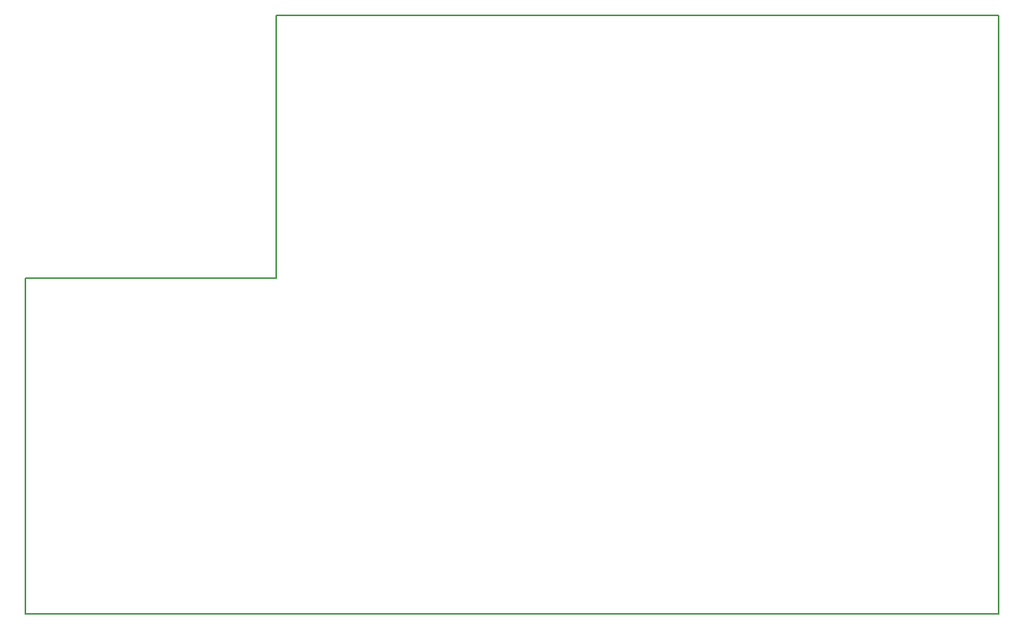
<source format=gbr>
G04 #@! TF.GenerationSoftware,KiCad,Pcbnew,(5.0.2)-1*
G04 #@! TF.CreationDate,2019-02-11T17:40:26+01:00*
G04 #@! TF.ProjectId,V2,56322e6b-6963-4616-945f-706362585858,rev?*
G04 #@! TF.SameCoordinates,PX5b8d800PY6453980*
G04 #@! TF.FileFunction,Profile,NP*
%FSLAX46Y46*%
G04 Gerber Fmt 4.6, Leading zero omitted, Abs format (unit mm)*
G04 Created by KiCad (PCBNEW (5.0.2)-1) date 02/11/19 17:40:26*
%MOMM*%
%LPD*%
G01*
G04 APERTURE LIST*
%ADD10C,0.150000*%
%ADD11C,0.200000*%
G04 APERTURE END LIST*
D10*
X27600000Y37000000D02*
X0Y37000000D01*
X0Y0D02*
X0Y37000000D01*
X27600000Y66000000D02*
X27600000Y37000000D01*
X107100000Y66000000D02*
X27600000Y66000000D01*
X107100000Y0D02*
X107100000Y66000000D01*
D11*
X0Y0D02*
X107100000Y0D01*
M02*

</source>
